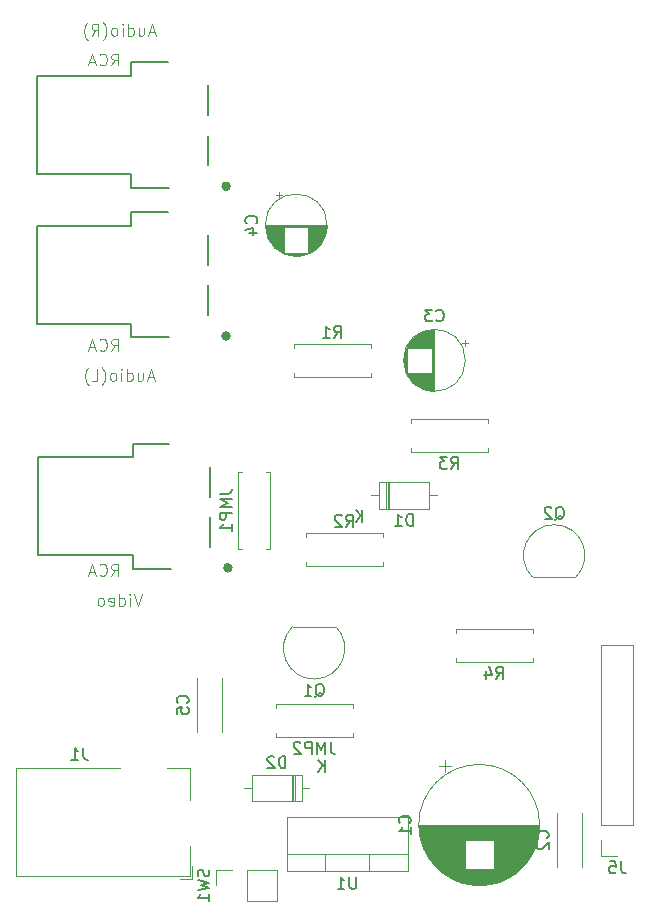
<source format=gbr>
G04 #@! TF.GenerationSoftware,KiCad,Pcbnew,(5.1.4)-1*
G04 #@! TF.CreationDate,2020-12-23T14:11:49+03:00*
G04 #@! TF.ProjectId,BlueFam,426c7565-4661-46d2-9e6b-696361645f70,rev?*
G04 #@! TF.SameCoordinates,Original*
G04 #@! TF.FileFunction,Legend,Bot*
G04 #@! TF.FilePolarity,Positive*
%FSLAX46Y46*%
G04 Gerber Fmt 4.6, Leading zero omitted, Abs format (unit mm)*
G04 Created by KiCad (PCBNEW (5.1.4)-1) date 2020-12-23 14:11:49*
%MOMM*%
%LPD*%
G04 APERTURE LIST*
%ADD10C,0.120000*%
%ADD11C,0.400000*%
%ADD12C,0.127000*%
%ADD13C,0.150000*%
%ADD14C,0.050000*%
G04 APERTURE END LIST*
D10*
X45335000Y-93495000D02*
X45335000Y-95735000D01*
X45095000Y-93495000D02*
X45095000Y-95735000D01*
X45215000Y-93495000D02*
X45215000Y-95735000D01*
X41045000Y-94615000D02*
X41695000Y-94615000D01*
X46585000Y-94615000D02*
X45935000Y-94615000D01*
X41695000Y-93495000D02*
X45935000Y-93495000D01*
X41695000Y-95735000D02*
X41695000Y-93495000D01*
X45935000Y-95735000D02*
X41695000Y-95735000D01*
X45935000Y-93495000D02*
X45935000Y-95735000D01*
X36660000Y-101270000D02*
X36660000Y-102320000D01*
X35610000Y-102320000D02*
X36660000Y-102320000D01*
X30560000Y-92920000D02*
X21760000Y-92920000D01*
X21760000Y-92920000D02*
X21760000Y-102120000D01*
X36460000Y-95620000D02*
X36460000Y-92920000D01*
X36460000Y-92920000D02*
X34560000Y-92920000D01*
X21760000Y-102120000D02*
X36460000Y-102120000D01*
X36460000Y-102120000D02*
X36460000Y-99520000D01*
X50260000Y-87530000D02*
X50260000Y-87860000D01*
X43720000Y-87530000D02*
X50260000Y-87530000D01*
X43720000Y-87860000D02*
X43720000Y-87530000D01*
X50260000Y-90270000D02*
X50260000Y-89940000D01*
X43720000Y-90270000D02*
X50260000Y-90270000D01*
X43720000Y-89940000D02*
X43720000Y-90270000D01*
X43280000Y-74390000D02*
X42950000Y-74390000D01*
X43280000Y-67850000D02*
X43280000Y-74390000D01*
X42950000Y-67850000D02*
X43280000Y-67850000D01*
X40540000Y-74390000D02*
X40870000Y-74390000D01*
X40540000Y-67850000D02*
X40540000Y-74390000D01*
X40870000Y-67850000D02*
X40540000Y-67850000D01*
X66080000Y-97750000D02*
G75*
G03X66080000Y-97750000I-5120000J0D01*
G01*
X55880000Y-97750000D02*
X66040000Y-97750000D01*
X55880000Y-97790000D02*
X66040000Y-97790000D01*
X55880000Y-97830000D02*
X66040000Y-97830000D01*
X55881000Y-97870000D02*
X66039000Y-97870000D01*
X55882000Y-97910000D02*
X66038000Y-97910000D01*
X55883000Y-97950000D02*
X66037000Y-97950000D01*
X55885000Y-97990000D02*
X66035000Y-97990000D01*
X55887000Y-98030000D02*
X66033000Y-98030000D01*
X55890000Y-98070000D02*
X66030000Y-98070000D01*
X55892000Y-98110000D02*
X66028000Y-98110000D01*
X55895000Y-98150000D02*
X66025000Y-98150000D01*
X55898000Y-98190000D02*
X66022000Y-98190000D01*
X55902000Y-98230000D02*
X66018000Y-98230000D01*
X55906000Y-98270000D02*
X66014000Y-98270000D01*
X55910000Y-98310000D02*
X66010000Y-98310000D01*
X55915000Y-98350000D02*
X66005000Y-98350000D01*
X55920000Y-98390000D02*
X66000000Y-98390000D01*
X55925000Y-98430000D02*
X65995000Y-98430000D01*
X55930000Y-98471000D02*
X65990000Y-98471000D01*
X55936000Y-98511000D02*
X65984000Y-98511000D01*
X55942000Y-98551000D02*
X65978000Y-98551000D01*
X55949000Y-98591000D02*
X65971000Y-98591000D01*
X55956000Y-98631000D02*
X65964000Y-98631000D01*
X55963000Y-98671000D02*
X65957000Y-98671000D01*
X55970000Y-98711000D02*
X65950000Y-98711000D01*
X55978000Y-98751000D02*
X65942000Y-98751000D01*
X55986000Y-98791000D02*
X65934000Y-98791000D01*
X55995000Y-98831000D02*
X65925000Y-98831000D01*
X56004000Y-98871000D02*
X65916000Y-98871000D01*
X56013000Y-98911000D02*
X65907000Y-98911000D01*
X56022000Y-98951000D02*
X65898000Y-98951000D01*
X56032000Y-98991000D02*
X65888000Y-98991000D01*
X56042000Y-99031000D02*
X59719000Y-99031000D01*
X62201000Y-99031000D02*
X65878000Y-99031000D01*
X56053000Y-99071000D02*
X59719000Y-99071000D01*
X62201000Y-99071000D02*
X65867000Y-99071000D01*
X56063000Y-99111000D02*
X59719000Y-99111000D01*
X62201000Y-99111000D02*
X65857000Y-99111000D01*
X56075000Y-99151000D02*
X59719000Y-99151000D01*
X62201000Y-99151000D02*
X65845000Y-99151000D01*
X56086000Y-99191000D02*
X59719000Y-99191000D01*
X62201000Y-99191000D02*
X65834000Y-99191000D01*
X56098000Y-99231000D02*
X59719000Y-99231000D01*
X62201000Y-99231000D02*
X65822000Y-99231000D01*
X56110000Y-99271000D02*
X59719000Y-99271000D01*
X62201000Y-99271000D02*
X65810000Y-99271000D01*
X56123000Y-99311000D02*
X59719000Y-99311000D01*
X62201000Y-99311000D02*
X65797000Y-99311000D01*
X56136000Y-99351000D02*
X59719000Y-99351000D01*
X62201000Y-99351000D02*
X65784000Y-99351000D01*
X56149000Y-99391000D02*
X59719000Y-99391000D01*
X62201000Y-99391000D02*
X65771000Y-99391000D01*
X56163000Y-99431000D02*
X59719000Y-99431000D01*
X62201000Y-99431000D02*
X65757000Y-99431000D01*
X56177000Y-99471000D02*
X59719000Y-99471000D01*
X62201000Y-99471000D02*
X65743000Y-99471000D01*
X56192000Y-99511000D02*
X59719000Y-99511000D01*
X62201000Y-99511000D02*
X65728000Y-99511000D01*
X56206000Y-99551000D02*
X59719000Y-99551000D01*
X62201000Y-99551000D02*
X65714000Y-99551000D01*
X56222000Y-99591000D02*
X59719000Y-99591000D01*
X62201000Y-99591000D02*
X65698000Y-99591000D01*
X56237000Y-99631000D02*
X59719000Y-99631000D01*
X62201000Y-99631000D02*
X65683000Y-99631000D01*
X56253000Y-99671000D02*
X59719000Y-99671000D01*
X62201000Y-99671000D02*
X65667000Y-99671000D01*
X56270000Y-99711000D02*
X59719000Y-99711000D01*
X62201000Y-99711000D02*
X65650000Y-99711000D01*
X56286000Y-99751000D02*
X59719000Y-99751000D01*
X62201000Y-99751000D02*
X65634000Y-99751000D01*
X56303000Y-99791000D02*
X59719000Y-99791000D01*
X62201000Y-99791000D02*
X65617000Y-99791000D01*
X56321000Y-99831000D02*
X59719000Y-99831000D01*
X62201000Y-99831000D02*
X65599000Y-99831000D01*
X56339000Y-99871000D02*
X59719000Y-99871000D01*
X62201000Y-99871000D02*
X65581000Y-99871000D01*
X56357000Y-99911000D02*
X59719000Y-99911000D01*
X62201000Y-99911000D02*
X65563000Y-99911000D01*
X56376000Y-99951000D02*
X59719000Y-99951000D01*
X62201000Y-99951000D02*
X65544000Y-99951000D01*
X56396000Y-99991000D02*
X59719000Y-99991000D01*
X62201000Y-99991000D02*
X65524000Y-99991000D01*
X56415000Y-100031000D02*
X59719000Y-100031000D01*
X62201000Y-100031000D02*
X65505000Y-100031000D01*
X56435000Y-100071000D02*
X59719000Y-100071000D01*
X62201000Y-100071000D02*
X65485000Y-100071000D01*
X56456000Y-100111000D02*
X59719000Y-100111000D01*
X62201000Y-100111000D02*
X65464000Y-100111000D01*
X56477000Y-100151000D02*
X59719000Y-100151000D01*
X62201000Y-100151000D02*
X65443000Y-100151000D01*
X56498000Y-100191000D02*
X59719000Y-100191000D01*
X62201000Y-100191000D02*
X65422000Y-100191000D01*
X56520000Y-100231000D02*
X59719000Y-100231000D01*
X62201000Y-100231000D02*
X65400000Y-100231000D01*
X56543000Y-100271000D02*
X59719000Y-100271000D01*
X62201000Y-100271000D02*
X65377000Y-100271000D01*
X56565000Y-100311000D02*
X59719000Y-100311000D01*
X62201000Y-100311000D02*
X65355000Y-100311000D01*
X56589000Y-100351000D02*
X59719000Y-100351000D01*
X62201000Y-100351000D02*
X65331000Y-100351000D01*
X56613000Y-100391000D02*
X59719000Y-100391000D01*
X62201000Y-100391000D02*
X65307000Y-100391000D01*
X56637000Y-100431000D02*
X59719000Y-100431000D01*
X62201000Y-100431000D02*
X65283000Y-100431000D01*
X56662000Y-100471000D02*
X59719000Y-100471000D01*
X62201000Y-100471000D02*
X65258000Y-100471000D01*
X56687000Y-100511000D02*
X59719000Y-100511000D01*
X62201000Y-100511000D02*
X65233000Y-100511000D01*
X56713000Y-100551000D02*
X59719000Y-100551000D01*
X62201000Y-100551000D02*
X65207000Y-100551000D01*
X56739000Y-100591000D02*
X59719000Y-100591000D01*
X62201000Y-100591000D02*
X65181000Y-100591000D01*
X56766000Y-100631000D02*
X59719000Y-100631000D01*
X62201000Y-100631000D02*
X65154000Y-100631000D01*
X56794000Y-100671000D02*
X59719000Y-100671000D01*
X62201000Y-100671000D02*
X65126000Y-100671000D01*
X56822000Y-100711000D02*
X59719000Y-100711000D01*
X62201000Y-100711000D02*
X65098000Y-100711000D01*
X56850000Y-100751000D02*
X59719000Y-100751000D01*
X62201000Y-100751000D02*
X65070000Y-100751000D01*
X56880000Y-100791000D02*
X59719000Y-100791000D01*
X62201000Y-100791000D02*
X65040000Y-100791000D01*
X56910000Y-100831000D02*
X59719000Y-100831000D01*
X62201000Y-100831000D02*
X65010000Y-100831000D01*
X56940000Y-100871000D02*
X59719000Y-100871000D01*
X62201000Y-100871000D02*
X64980000Y-100871000D01*
X56971000Y-100911000D02*
X59719000Y-100911000D01*
X62201000Y-100911000D02*
X64949000Y-100911000D01*
X57003000Y-100951000D02*
X59719000Y-100951000D01*
X62201000Y-100951000D02*
X64917000Y-100951000D01*
X57035000Y-100991000D02*
X59719000Y-100991000D01*
X62201000Y-100991000D02*
X64885000Y-100991000D01*
X57068000Y-101031000D02*
X59719000Y-101031000D01*
X62201000Y-101031000D02*
X64852000Y-101031000D01*
X57102000Y-101071000D02*
X59719000Y-101071000D01*
X62201000Y-101071000D02*
X64818000Y-101071000D01*
X57136000Y-101111000D02*
X59719000Y-101111000D01*
X62201000Y-101111000D02*
X64784000Y-101111000D01*
X57171000Y-101151000D02*
X59719000Y-101151000D01*
X62201000Y-101151000D02*
X64749000Y-101151000D01*
X57207000Y-101191000D02*
X59719000Y-101191000D01*
X62201000Y-101191000D02*
X64713000Y-101191000D01*
X57244000Y-101231000D02*
X59719000Y-101231000D01*
X62201000Y-101231000D02*
X64676000Y-101231000D01*
X57281000Y-101271000D02*
X59719000Y-101271000D01*
X62201000Y-101271000D02*
X64639000Y-101271000D01*
X57320000Y-101311000D02*
X59719000Y-101311000D01*
X62201000Y-101311000D02*
X64600000Y-101311000D01*
X57359000Y-101351000D02*
X59719000Y-101351000D01*
X62201000Y-101351000D02*
X64561000Y-101351000D01*
X57399000Y-101391000D02*
X59719000Y-101391000D01*
X62201000Y-101391000D02*
X64521000Y-101391000D01*
X57440000Y-101431000D02*
X59719000Y-101431000D01*
X62201000Y-101431000D02*
X64480000Y-101431000D01*
X57482000Y-101471000D02*
X59719000Y-101471000D01*
X62201000Y-101471000D02*
X64438000Y-101471000D01*
X57524000Y-101511000D02*
X64396000Y-101511000D01*
X57568000Y-101551000D02*
X64352000Y-101551000D01*
X57613000Y-101591000D02*
X64307000Y-101591000D01*
X57659000Y-101631000D02*
X64261000Y-101631000D01*
X57706000Y-101671000D02*
X64214000Y-101671000D01*
X57754000Y-101711000D02*
X64166000Y-101711000D01*
X57804000Y-101751000D02*
X64116000Y-101751000D01*
X57854000Y-101791000D02*
X64066000Y-101791000D01*
X57906000Y-101831000D02*
X64014000Y-101831000D01*
X57960000Y-101871000D02*
X63960000Y-101871000D01*
X58015000Y-101911000D02*
X63905000Y-101911000D01*
X58071000Y-101951000D02*
X63849000Y-101951000D01*
X58130000Y-101991000D02*
X63790000Y-101991000D01*
X58190000Y-102031000D02*
X63730000Y-102031000D01*
X58251000Y-102071000D02*
X63669000Y-102071000D01*
X58315000Y-102111000D02*
X63605000Y-102111000D01*
X58381000Y-102151000D02*
X63539000Y-102151000D01*
X58450000Y-102191000D02*
X63470000Y-102191000D01*
X58521000Y-102231000D02*
X63399000Y-102231000D01*
X58595000Y-102271000D02*
X63325000Y-102271000D01*
X58671000Y-102311000D02*
X63249000Y-102311000D01*
X58751000Y-102351000D02*
X63169000Y-102351000D01*
X58835000Y-102391000D02*
X63085000Y-102391000D01*
X58923000Y-102431000D02*
X62997000Y-102431000D01*
X59016000Y-102471000D02*
X62904000Y-102471000D01*
X59114000Y-102511000D02*
X62806000Y-102511000D01*
X59218000Y-102551000D02*
X62702000Y-102551000D01*
X59330000Y-102591000D02*
X62590000Y-102591000D01*
X59450000Y-102631000D02*
X62470000Y-102631000D01*
X59582000Y-102671000D02*
X62338000Y-102671000D01*
X59730000Y-102711000D02*
X62190000Y-102711000D01*
X59898000Y-102751000D02*
X62022000Y-102751000D01*
X60098000Y-102791000D02*
X61822000Y-102791000D01*
X60361000Y-102831000D02*
X61559000Y-102831000D01*
X58085000Y-92270354D02*
X58085000Y-93270354D01*
X57585000Y-92770354D02*
X58585000Y-92770354D01*
X59790000Y-58420000D02*
G75*
G03X59790000Y-58420000I-2620000J0D01*
G01*
X57170000Y-55840000D02*
X57170000Y-61000000D01*
X57130000Y-55840000D02*
X57130000Y-61000000D01*
X57090000Y-55841000D02*
X57090000Y-60999000D01*
X57050000Y-55842000D02*
X57050000Y-60998000D01*
X57010000Y-55844000D02*
X57010000Y-60996000D01*
X56970000Y-55847000D02*
X56970000Y-60993000D01*
X56930000Y-55851000D02*
X56930000Y-57380000D01*
X56930000Y-59460000D02*
X56930000Y-60989000D01*
X56890000Y-55855000D02*
X56890000Y-57380000D01*
X56890000Y-59460000D02*
X56890000Y-60985000D01*
X56850000Y-55859000D02*
X56850000Y-57380000D01*
X56850000Y-59460000D02*
X56850000Y-60981000D01*
X56810000Y-55864000D02*
X56810000Y-57380000D01*
X56810000Y-59460000D02*
X56810000Y-60976000D01*
X56770000Y-55870000D02*
X56770000Y-57380000D01*
X56770000Y-59460000D02*
X56770000Y-60970000D01*
X56730000Y-55877000D02*
X56730000Y-57380000D01*
X56730000Y-59460000D02*
X56730000Y-60963000D01*
X56690000Y-55884000D02*
X56690000Y-57380000D01*
X56690000Y-59460000D02*
X56690000Y-60956000D01*
X56650000Y-55892000D02*
X56650000Y-57380000D01*
X56650000Y-59460000D02*
X56650000Y-60948000D01*
X56610000Y-55900000D02*
X56610000Y-57380000D01*
X56610000Y-59460000D02*
X56610000Y-60940000D01*
X56570000Y-55909000D02*
X56570000Y-57380000D01*
X56570000Y-59460000D02*
X56570000Y-60931000D01*
X56530000Y-55919000D02*
X56530000Y-57380000D01*
X56530000Y-59460000D02*
X56530000Y-60921000D01*
X56490000Y-55929000D02*
X56490000Y-57380000D01*
X56490000Y-59460000D02*
X56490000Y-60911000D01*
X56449000Y-55940000D02*
X56449000Y-57380000D01*
X56449000Y-59460000D02*
X56449000Y-60900000D01*
X56409000Y-55952000D02*
X56409000Y-57380000D01*
X56409000Y-59460000D02*
X56409000Y-60888000D01*
X56369000Y-55965000D02*
X56369000Y-57380000D01*
X56369000Y-59460000D02*
X56369000Y-60875000D01*
X56329000Y-55978000D02*
X56329000Y-57380000D01*
X56329000Y-59460000D02*
X56329000Y-60862000D01*
X56289000Y-55992000D02*
X56289000Y-57380000D01*
X56289000Y-59460000D02*
X56289000Y-60848000D01*
X56249000Y-56006000D02*
X56249000Y-57380000D01*
X56249000Y-59460000D02*
X56249000Y-60834000D01*
X56209000Y-56022000D02*
X56209000Y-57380000D01*
X56209000Y-59460000D02*
X56209000Y-60818000D01*
X56169000Y-56038000D02*
X56169000Y-57380000D01*
X56169000Y-59460000D02*
X56169000Y-60802000D01*
X56129000Y-56055000D02*
X56129000Y-57380000D01*
X56129000Y-59460000D02*
X56129000Y-60785000D01*
X56089000Y-56072000D02*
X56089000Y-57380000D01*
X56089000Y-59460000D02*
X56089000Y-60768000D01*
X56049000Y-56091000D02*
X56049000Y-57380000D01*
X56049000Y-59460000D02*
X56049000Y-60749000D01*
X56009000Y-56110000D02*
X56009000Y-57380000D01*
X56009000Y-59460000D02*
X56009000Y-60730000D01*
X55969000Y-56130000D02*
X55969000Y-57380000D01*
X55969000Y-59460000D02*
X55969000Y-60710000D01*
X55929000Y-56152000D02*
X55929000Y-57380000D01*
X55929000Y-59460000D02*
X55929000Y-60688000D01*
X55889000Y-56173000D02*
X55889000Y-57380000D01*
X55889000Y-59460000D02*
X55889000Y-60667000D01*
X55849000Y-56196000D02*
X55849000Y-57380000D01*
X55849000Y-59460000D02*
X55849000Y-60644000D01*
X55809000Y-56220000D02*
X55809000Y-57380000D01*
X55809000Y-59460000D02*
X55809000Y-60620000D01*
X55769000Y-56245000D02*
X55769000Y-57380000D01*
X55769000Y-59460000D02*
X55769000Y-60595000D01*
X55729000Y-56271000D02*
X55729000Y-57380000D01*
X55729000Y-59460000D02*
X55729000Y-60569000D01*
X55689000Y-56298000D02*
X55689000Y-57380000D01*
X55689000Y-59460000D02*
X55689000Y-60542000D01*
X55649000Y-56325000D02*
X55649000Y-57380000D01*
X55649000Y-59460000D02*
X55649000Y-60515000D01*
X55609000Y-56355000D02*
X55609000Y-57380000D01*
X55609000Y-59460000D02*
X55609000Y-60485000D01*
X55569000Y-56385000D02*
X55569000Y-57380000D01*
X55569000Y-59460000D02*
X55569000Y-60455000D01*
X55529000Y-56416000D02*
X55529000Y-57380000D01*
X55529000Y-59460000D02*
X55529000Y-60424000D01*
X55489000Y-56449000D02*
X55489000Y-57380000D01*
X55489000Y-59460000D02*
X55489000Y-60391000D01*
X55449000Y-56483000D02*
X55449000Y-57380000D01*
X55449000Y-59460000D02*
X55449000Y-60357000D01*
X55409000Y-56519000D02*
X55409000Y-57380000D01*
X55409000Y-59460000D02*
X55409000Y-60321000D01*
X55369000Y-56556000D02*
X55369000Y-57380000D01*
X55369000Y-59460000D02*
X55369000Y-60284000D01*
X55329000Y-56594000D02*
X55329000Y-57380000D01*
X55329000Y-59460000D02*
X55329000Y-60246000D01*
X55289000Y-56635000D02*
X55289000Y-57380000D01*
X55289000Y-59460000D02*
X55289000Y-60205000D01*
X55249000Y-56677000D02*
X55249000Y-57380000D01*
X55249000Y-59460000D02*
X55249000Y-60163000D01*
X55209000Y-56721000D02*
X55209000Y-57380000D01*
X55209000Y-59460000D02*
X55209000Y-60119000D01*
X55169000Y-56767000D02*
X55169000Y-57380000D01*
X55169000Y-59460000D02*
X55169000Y-60073000D01*
X55129000Y-56815000D02*
X55129000Y-57380000D01*
X55129000Y-59460000D02*
X55129000Y-60025000D01*
X55089000Y-56866000D02*
X55089000Y-57380000D01*
X55089000Y-59460000D02*
X55089000Y-59974000D01*
X55049000Y-56920000D02*
X55049000Y-57380000D01*
X55049000Y-59460000D02*
X55049000Y-59920000D01*
X55009000Y-56977000D02*
X55009000Y-57380000D01*
X55009000Y-59460000D02*
X55009000Y-59863000D01*
X54969000Y-57037000D02*
X54969000Y-57380000D01*
X54969000Y-59460000D02*
X54969000Y-59803000D01*
X54929000Y-57101000D02*
X54929000Y-57380000D01*
X54929000Y-59460000D02*
X54929000Y-59739000D01*
X54889000Y-57169000D02*
X54889000Y-57380000D01*
X54889000Y-59460000D02*
X54889000Y-59671000D01*
X54849000Y-57242000D02*
X54849000Y-59598000D01*
X54809000Y-57322000D02*
X54809000Y-59518000D01*
X54769000Y-57409000D02*
X54769000Y-59431000D01*
X54729000Y-57505000D02*
X54729000Y-59335000D01*
X54689000Y-57615000D02*
X54689000Y-59225000D01*
X54649000Y-57743000D02*
X54649000Y-59097000D01*
X54609000Y-57902000D02*
X54609000Y-58938000D01*
X54569000Y-58136000D02*
X54569000Y-58704000D01*
X59974775Y-56945000D02*
X59474775Y-56945000D01*
X59724775Y-56695000D02*
X59724775Y-57195000D01*
X43741000Y-44415225D02*
X44241000Y-44415225D01*
X43991000Y-44165225D02*
X43991000Y-44665225D01*
X45182000Y-49571000D02*
X45750000Y-49571000D01*
X44948000Y-49531000D02*
X45984000Y-49531000D01*
X44789000Y-49491000D02*
X46143000Y-49491000D01*
X44661000Y-49451000D02*
X46271000Y-49451000D01*
X44551000Y-49411000D02*
X46381000Y-49411000D01*
X44455000Y-49371000D02*
X46477000Y-49371000D01*
X44368000Y-49331000D02*
X46564000Y-49331000D01*
X44288000Y-49291000D02*
X46644000Y-49291000D01*
X46506000Y-49251000D02*
X46717000Y-49251000D01*
X44215000Y-49251000D02*
X44426000Y-49251000D01*
X46506000Y-49211000D02*
X46785000Y-49211000D01*
X44147000Y-49211000D02*
X44426000Y-49211000D01*
X46506000Y-49171000D02*
X46849000Y-49171000D01*
X44083000Y-49171000D02*
X44426000Y-49171000D01*
X46506000Y-49131000D02*
X46909000Y-49131000D01*
X44023000Y-49131000D02*
X44426000Y-49131000D01*
X46506000Y-49091000D02*
X46966000Y-49091000D01*
X43966000Y-49091000D02*
X44426000Y-49091000D01*
X46506000Y-49051000D02*
X47020000Y-49051000D01*
X43912000Y-49051000D02*
X44426000Y-49051000D01*
X46506000Y-49011000D02*
X47071000Y-49011000D01*
X43861000Y-49011000D02*
X44426000Y-49011000D01*
X46506000Y-48971000D02*
X47119000Y-48971000D01*
X43813000Y-48971000D02*
X44426000Y-48971000D01*
X46506000Y-48931000D02*
X47165000Y-48931000D01*
X43767000Y-48931000D02*
X44426000Y-48931000D01*
X46506000Y-48891000D02*
X47209000Y-48891000D01*
X43723000Y-48891000D02*
X44426000Y-48891000D01*
X46506000Y-48851000D02*
X47251000Y-48851000D01*
X43681000Y-48851000D02*
X44426000Y-48851000D01*
X46506000Y-48811000D02*
X47292000Y-48811000D01*
X43640000Y-48811000D02*
X44426000Y-48811000D01*
X46506000Y-48771000D02*
X47330000Y-48771000D01*
X43602000Y-48771000D02*
X44426000Y-48771000D01*
X46506000Y-48731000D02*
X47367000Y-48731000D01*
X43565000Y-48731000D02*
X44426000Y-48731000D01*
X46506000Y-48691000D02*
X47403000Y-48691000D01*
X43529000Y-48691000D02*
X44426000Y-48691000D01*
X46506000Y-48651000D02*
X47437000Y-48651000D01*
X43495000Y-48651000D02*
X44426000Y-48651000D01*
X46506000Y-48611000D02*
X47470000Y-48611000D01*
X43462000Y-48611000D02*
X44426000Y-48611000D01*
X46506000Y-48571000D02*
X47501000Y-48571000D01*
X43431000Y-48571000D02*
X44426000Y-48571000D01*
X46506000Y-48531000D02*
X47531000Y-48531000D01*
X43401000Y-48531000D02*
X44426000Y-48531000D01*
X46506000Y-48491000D02*
X47561000Y-48491000D01*
X43371000Y-48491000D02*
X44426000Y-48491000D01*
X46506000Y-48451000D02*
X47588000Y-48451000D01*
X43344000Y-48451000D02*
X44426000Y-48451000D01*
X46506000Y-48411000D02*
X47615000Y-48411000D01*
X43317000Y-48411000D02*
X44426000Y-48411000D01*
X46506000Y-48371000D02*
X47641000Y-48371000D01*
X43291000Y-48371000D02*
X44426000Y-48371000D01*
X46506000Y-48331000D02*
X47666000Y-48331000D01*
X43266000Y-48331000D02*
X44426000Y-48331000D01*
X46506000Y-48291000D02*
X47690000Y-48291000D01*
X43242000Y-48291000D02*
X44426000Y-48291000D01*
X46506000Y-48251000D02*
X47713000Y-48251000D01*
X43219000Y-48251000D02*
X44426000Y-48251000D01*
X46506000Y-48211000D02*
X47734000Y-48211000D01*
X43198000Y-48211000D02*
X44426000Y-48211000D01*
X46506000Y-48171000D02*
X47756000Y-48171000D01*
X43176000Y-48171000D02*
X44426000Y-48171000D01*
X46506000Y-48131000D02*
X47776000Y-48131000D01*
X43156000Y-48131000D02*
X44426000Y-48131000D01*
X46506000Y-48091000D02*
X47795000Y-48091000D01*
X43137000Y-48091000D02*
X44426000Y-48091000D01*
X46506000Y-48051000D02*
X47814000Y-48051000D01*
X43118000Y-48051000D02*
X44426000Y-48051000D01*
X46506000Y-48011000D02*
X47831000Y-48011000D01*
X43101000Y-48011000D02*
X44426000Y-48011000D01*
X46506000Y-47971000D02*
X47848000Y-47971000D01*
X43084000Y-47971000D02*
X44426000Y-47971000D01*
X46506000Y-47931000D02*
X47864000Y-47931000D01*
X43068000Y-47931000D02*
X44426000Y-47931000D01*
X46506000Y-47891000D02*
X47880000Y-47891000D01*
X43052000Y-47891000D02*
X44426000Y-47891000D01*
X46506000Y-47851000D02*
X47894000Y-47851000D01*
X43038000Y-47851000D02*
X44426000Y-47851000D01*
X46506000Y-47811000D02*
X47908000Y-47811000D01*
X43024000Y-47811000D02*
X44426000Y-47811000D01*
X46506000Y-47771000D02*
X47921000Y-47771000D01*
X43011000Y-47771000D02*
X44426000Y-47771000D01*
X46506000Y-47731000D02*
X47934000Y-47731000D01*
X42998000Y-47731000D02*
X44426000Y-47731000D01*
X46506000Y-47691000D02*
X47946000Y-47691000D01*
X42986000Y-47691000D02*
X44426000Y-47691000D01*
X46506000Y-47650000D02*
X47957000Y-47650000D01*
X42975000Y-47650000D02*
X44426000Y-47650000D01*
X46506000Y-47610000D02*
X47967000Y-47610000D01*
X42965000Y-47610000D02*
X44426000Y-47610000D01*
X46506000Y-47570000D02*
X47977000Y-47570000D01*
X42955000Y-47570000D02*
X44426000Y-47570000D01*
X46506000Y-47530000D02*
X47986000Y-47530000D01*
X42946000Y-47530000D02*
X44426000Y-47530000D01*
X46506000Y-47490000D02*
X47994000Y-47490000D01*
X42938000Y-47490000D02*
X44426000Y-47490000D01*
X46506000Y-47450000D02*
X48002000Y-47450000D01*
X42930000Y-47450000D02*
X44426000Y-47450000D01*
X46506000Y-47410000D02*
X48009000Y-47410000D01*
X42923000Y-47410000D02*
X44426000Y-47410000D01*
X46506000Y-47370000D02*
X48016000Y-47370000D01*
X42916000Y-47370000D02*
X44426000Y-47370000D01*
X46506000Y-47330000D02*
X48022000Y-47330000D01*
X42910000Y-47330000D02*
X44426000Y-47330000D01*
X46506000Y-47290000D02*
X48027000Y-47290000D01*
X42905000Y-47290000D02*
X44426000Y-47290000D01*
X46506000Y-47250000D02*
X48031000Y-47250000D01*
X42901000Y-47250000D02*
X44426000Y-47250000D01*
X46506000Y-47210000D02*
X48035000Y-47210000D01*
X42897000Y-47210000D02*
X44426000Y-47210000D01*
X42893000Y-47170000D02*
X48039000Y-47170000D01*
X42890000Y-47130000D02*
X48042000Y-47130000D01*
X42888000Y-47090000D02*
X48044000Y-47090000D01*
X42887000Y-47050000D02*
X48045000Y-47050000D01*
X42886000Y-47010000D02*
X48046000Y-47010000D01*
X42886000Y-46970000D02*
X48046000Y-46970000D01*
X48086000Y-46970000D02*
G75*
G03X48086000Y-46970000I-2620000J0D01*
G01*
X44664000Y-101695000D02*
X54904000Y-101695000D01*
X44664000Y-97054000D02*
X54904000Y-97054000D01*
X44664000Y-101695000D02*
X44664000Y-97054000D01*
X54904000Y-101695000D02*
X54904000Y-97054000D01*
X44664000Y-100185000D02*
X54904000Y-100185000D01*
X47934000Y-101695000D02*
X47934000Y-100185000D01*
X51635000Y-101695000D02*
X51635000Y-100185000D01*
X52490000Y-70970000D02*
X52490000Y-68730000D01*
X52490000Y-68730000D02*
X56730000Y-68730000D01*
X56730000Y-68730000D02*
X56730000Y-70970000D01*
X56730000Y-70970000D02*
X52490000Y-70970000D01*
X51840000Y-69850000D02*
X52490000Y-69850000D01*
X57380000Y-69850000D02*
X56730000Y-69850000D01*
X53210000Y-70970000D02*
X53210000Y-68730000D01*
X53330000Y-70970000D02*
X53330000Y-68730000D01*
X53090000Y-70970000D02*
X53090000Y-68730000D01*
X45244000Y-59790000D02*
X45244000Y-59460000D01*
X51784000Y-59790000D02*
X45244000Y-59790000D01*
X51784000Y-59460000D02*
X51784000Y-59790000D01*
X45244000Y-57050000D02*
X45244000Y-57380000D01*
X51784000Y-57050000D02*
X45244000Y-57050000D01*
X51784000Y-57380000D02*
X51784000Y-57050000D01*
X52800000Y-73382000D02*
X52800000Y-73052000D01*
X52800000Y-73052000D02*
X46260000Y-73052000D01*
X46260000Y-73052000D02*
X46260000Y-73382000D01*
X52800000Y-75462000D02*
X52800000Y-75792000D01*
X52800000Y-75792000D02*
X46260000Y-75792000D01*
X46260000Y-75792000D02*
X46260000Y-75462000D01*
X55150000Y-65810000D02*
X55150000Y-66140000D01*
X55150000Y-66140000D02*
X61690000Y-66140000D01*
X61690000Y-66140000D02*
X61690000Y-65810000D01*
X55150000Y-63730000D02*
X55150000Y-63400000D01*
X55150000Y-63400000D02*
X61690000Y-63400000D01*
X61690000Y-63400000D02*
X61690000Y-63730000D01*
X65500000Y-81180000D02*
X65500000Y-81510000D01*
X58960000Y-81180000D02*
X65500000Y-81180000D01*
X58960000Y-81510000D02*
X58960000Y-81180000D01*
X65500000Y-83920000D02*
X65500000Y-83590000D01*
X58960000Y-83920000D02*
X65500000Y-83920000D01*
X58960000Y-83590000D02*
X58960000Y-83920000D01*
X45190000Y-80954000D02*
X48790000Y-80954000D01*
X45151522Y-80965522D02*
G75*
G03X46990000Y-85404000I1838478J-1838478D01*
G01*
X48828478Y-80965522D02*
G75*
G02X46990000Y-85404000I-1838478J-1838478D01*
G01*
X65471522Y-76768478D02*
G75*
G02X67310000Y-72330000I1838478J1838478D01*
G01*
X69148478Y-76768478D02*
G75*
G03X67310000Y-72330000I-1838478J1838478D01*
G01*
X69110000Y-76780000D02*
X65510000Y-76780000D01*
X71314000Y-82490000D02*
X73974000Y-82490000D01*
X71314000Y-97790000D02*
X71314000Y-82490000D01*
X73974000Y-97790000D02*
X73974000Y-82490000D01*
X71314000Y-97790000D02*
X73974000Y-97790000D01*
X71314000Y-99060000D02*
X71314000Y-100390000D01*
X71314000Y-100390000D02*
X72644000Y-100390000D01*
X43875000Y-101540000D02*
X43875000Y-104200000D01*
X41275000Y-101540000D02*
X43875000Y-101540000D01*
X41275000Y-104200000D02*
X43875000Y-104200000D01*
X41275000Y-101540000D02*
X41275000Y-104200000D01*
X40005000Y-101540000D02*
X38675000Y-101540000D01*
X38675000Y-101540000D02*
X38675000Y-102870000D01*
X67510000Y-96750000D02*
X67510000Y-101290000D01*
X69650000Y-96750000D02*
X69650000Y-101290000D01*
X67510000Y-96750000D02*
X67525000Y-96750000D01*
X69635000Y-96750000D02*
X69650000Y-96750000D01*
X67510000Y-101290000D02*
X67525000Y-101290000D01*
X69635000Y-101290000D02*
X69650000Y-101290000D01*
X39155000Y-89860000D02*
X39170000Y-89860000D01*
X37030000Y-89860000D02*
X37045000Y-89860000D01*
X39155000Y-85320000D02*
X39170000Y-85320000D01*
X37030000Y-85320000D02*
X37045000Y-85320000D01*
X39170000Y-85320000D02*
X39170000Y-89860000D01*
X37030000Y-85320000D02*
X37030000Y-89860000D01*
D11*
X39734000Y-56354000D02*
G75*
G03X39734000Y-56354000I-200000J0D01*
G01*
D12*
X37984000Y-52054000D02*
X37984000Y-54554000D01*
X37984000Y-47804000D02*
X37984000Y-50354000D01*
X34684000Y-56454000D02*
X31484000Y-56454000D01*
X31484000Y-56454000D02*
X31484000Y-55304000D01*
X31484000Y-45854000D02*
X34584000Y-45854000D01*
X31484000Y-47004000D02*
X31484000Y-45854000D01*
X23484000Y-47004000D02*
X31484000Y-47004000D01*
X23484000Y-55304000D02*
X23484000Y-47004000D01*
X31484000Y-55304000D02*
X23484000Y-55304000D01*
X31484000Y-42638000D02*
X23484000Y-42638000D01*
X23484000Y-42638000D02*
X23484000Y-34338000D01*
X23484000Y-34338000D02*
X31484000Y-34338000D01*
X31484000Y-34338000D02*
X31484000Y-33188000D01*
X31484000Y-33188000D02*
X34584000Y-33188000D01*
X31484000Y-43788000D02*
X31484000Y-42638000D01*
X34684000Y-43788000D02*
X31484000Y-43788000D01*
X37984000Y-35138000D02*
X37984000Y-37688000D01*
X37984000Y-39388000D02*
X37984000Y-41888000D01*
D11*
X39734000Y-43688000D02*
G75*
G03X39734000Y-43688000I-200000J0D01*
G01*
D12*
X31630000Y-74940000D02*
X23630000Y-74940000D01*
X23630000Y-74940000D02*
X23630000Y-66640000D01*
X23630000Y-66640000D02*
X31630000Y-66640000D01*
X31630000Y-66640000D02*
X31630000Y-65490000D01*
X31630000Y-65490000D02*
X34730000Y-65490000D01*
X31630000Y-76090000D02*
X31630000Y-74940000D01*
X34830000Y-76090000D02*
X31630000Y-76090000D01*
X38130000Y-67440000D02*
X38130000Y-69990000D01*
X38130000Y-71690000D02*
X38130000Y-74190000D01*
D11*
X39880000Y-75990000D02*
G75*
G03X39880000Y-75990000I-200000J0D01*
G01*
D13*
X44553095Y-92947380D02*
X44553095Y-91947380D01*
X44315000Y-91947380D01*
X44172142Y-91995000D01*
X44076904Y-92090238D01*
X44029285Y-92185476D01*
X43981666Y-92375952D01*
X43981666Y-92518809D01*
X44029285Y-92709285D01*
X44076904Y-92804523D01*
X44172142Y-92899761D01*
X44315000Y-92947380D01*
X44553095Y-92947380D01*
X43600714Y-92042619D02*
X43553095Y-91995000D01*
X43457857Y-91947380D01*
X43219761Y-91947380D01*
X43124523Y-91995000D01*
X43076904Y-92042619D01*
X43029285Y-92137857D01*
X43029285Y-92233095D01*
X43076904Y-92375952D01*
X43648333Y-92947380D01*
X43029285Y-92947380D01*
X47886904Y-93267380D02*
X47886904Y-92267380D01*
X47315476Y-93267380D02*
X47744047Y-92695952D01*
X47315476Y-92267380D02*
X47886904Y-92838809D01*
X27443333Y-91222380D02*
X27443333Y-91936666D01*
X27490952Y-92079523D01*
X27586190Y-92174761D01*
X27729047Y-92222380D01*
X27824285Y-92222380D01*
X26443333Y-92222380D02*
X27014761Y-92222380D01*
X26729047Y-92222380D02*
X26729047Y-91222380D01*
X26824285Y-91365238D01*
X26919523Y-91460476D01*
X27014761Y-91508095D01*
X48394761Y-90722380D02*
X48394761Y-91436666D01*
X48442380Y-91579523D01*
X48537619Y-91674761D01*
X48680476Y-91722380D01*
X48775714Y-91722380D01*
X47918571Y-91722380D02*
X47918571Y-90722380D01*
X47585238Y-91436666D01*
X47251904Y-90722380D01*
X47251904Y-91722380D01*
X46775714Y-91722380D02*
X46775714Y-90722380D01*
X46394761Y-90722380D01*
X46299523Y-90770000D01*
X46251904Y-90817619D01*
X46204285Y-90912857D01*
X46204285Y-91055714D01*
X46251904Y-91150952D01*
X46299523Y-91198571D01*
X46394761Y-91246190D01*
X46775714Y-91246190D01*
X45823333Y-90817619D02*
X45775714Y-90770000D01*
X45680476Y-90722380D01*
X45442380Y-90722380D01*
X45347142Y-90770000D01*
X45299523Y-90817619D01*
X45251904Y-90912857D01*
X45251904Y-91008095D01*
X45299523Y-91150952D01*
X45870952Y-91722380D01*
X45251904Y-91722380D01*
X38992380Y-69715238D02*
X39706666Y-69715238D01*
X39849523Y-69667619D01*
X39944761Y-69572380D01*
X39992380Y-69429523D01*
X39992380Y-69334285D01*
X39992380Y-70191428D02*
X38992380Y-70191428D01*
X39706666Y-70524761D01*
X38992380Y-70858095D01*
X39992380Y-70858095D01*
X39992380Y-71334285D02*
X38992380Y-71334285D01*
X38992380Y-71715238D01*
X39040000Y-71810476D01*
X39087619Y-71858095D01*
X39182857Y-71905714D01*
X39325714Y-71905714D01*
X39420952Y-71858095D01*
X39468571Y-71810476D01*
X39516190Y-71715238D01*
X39516190Y-71334285D01*
X39992380Y-72858095D02*
X39992380Y-72286666D01*
X39992380Y-72572380D02*
X38992380Y-72572380D01*
X39135238Y-72477142D01*
X39230476Y-72381904D01*
X39278095Y-72286666D01*
X55067142Y-97583333D02*
X55114761Y-97535714D01*
X55162380Y-97392857D01*
X55162380Y-97297619D01*
X55114761Y-97154761D01*
X55019523Y-97059523D01*
X54924285Y-97011904D01*
X54733809Y-96964285D01*
X54590952Y-96964285D01*
X54400476Y-97011904D01*
X54305238Y-97059523D01*
X54210000Y-97154761D01*
X54162380Y-97297619D01*
X54162380Y-97392857D01*
X54210000Y-97535714D01*
X54257619Y-97583333D01*
X55162380Y-98535714D02*
X55162380Y-97964285D01*
X55162380Y-98250000D02*
X54162380Y-98250000D01*
X54305238Y-98154761D01*
X54400476Y-98059523D01*
X54448095Y-97964285D01*
X57336666Y-55027142D02*
X57384285Y-55074761D01*
X57527142Y-55122380D01*
X57622380Y-55122380D01*
X57765238Y-55074761D01*
X57860476Y-54979523D01*
X57908095Y-54884285D01*
X57955714Y-54693809D01*
X57955714Y-54550952D01*
X57908095Y-54360476D01*
X57860476Y-54265238D01*
X57765238Y-54170000D01*
X57622380Y-54122380D01*
X57527142Y-54122380D01*
X57384285Y-54170000D01*
X57336666Y-54217619D01*
X57003333Y-54122380D02*
X56384285Y-54122380D01*
X56717619Y-54503333D01*
X56574761Y-54503333D01*
X56479523Y-54550952D01*
X56431904Y-54598571D01*
X56384285Y-54693809D01*
X56384285Y-54931904D01*
X56431904Y-55027142D01*
X56479523Y-55074761D01*
X56574761Y-55122380D01*
X56860476Y-55122380D01*
X56955714Y-55074761D01*
X57003333Y-55027142D01*
X42073142Y-46803333D02*
X42120761Y-46755714D01*
X42168380Y-46612857D01*
X42168380Y-46517619D01*
X42120761Y-46374761D01*
X42025523Y-46279523D01*
X41930285Y-46231904D01*
X41739809Y-46184285D01*
X41596952Y-46184285D01*
X41406476Y-46231904D01*
X41311238Y-46279523D01*
X41216000Y-46374761D01*
X41168380Y-46517619D01*
X41168380Y-46612857D01*
X41216000Y-46755714D01*
X41263619Y-46803333D01*
X41501714Y-47660476D02*
X42168380Y-47660476D01*
X41120761Y-47422380D02*
X41835047Y-47184285D01*
X41835047Y-47803333D01*
X50545904Y-102147380D02*
X50545904Y-102956904D01*
X50498285Y-103052142D01*
X50450666Y-103099761D01*
X50355428Y-103147380D01*
X50164952Y-103147380D01*
X50069714Y-103099761D01*
X50022095Y-103052142D01*
X49974476Y-102956904D01*
X49974476Y-102147380D01*
X48974476Y-103147380D02*
X49545904Y-103147380D01*
X49260190Y-103147380D02*
X49260190Y-102147380D01*
X49355428Y-102290238D01*
X49450666Y-102385476D01*
X49545904Y-102433095D01*
X55348095Y-72422380D02*
X55348095Y-71422380D01*
X55110000Y-71422380D01*
X54967142Y-71470000D01*
X54871904Y-71565238D01*
X54824285Y-71660476D01*
X54776666Y-71850952D01*
X54776666Y-71993809D01*
X54824285Y-72184285D01*
X54871904Y-72279523D01*
X54967142Y-72374761D01*
X55110000Y-72422380D01*
X55348095Y-72422380D01*
X53824285Y-72422380D02*
X54395714Y-72422380D01*
X54110000Y-72422380D02*
X54110000Y-71422380D01*
X54205238Y-71565238D01*
X54300476Y-71660476D01*
X54395714Y-71708095D01*
X51061904Y-72102380D02*
X51061904Y-71102380D01*
X50490476Y-72102380D02*
X50919047Y-71530952D01*
X50490476Y-71102380D02*
X51061904Y-71673809D01*
X48680666Y-56502380D02*
X49014000Y-56026190D01*
X49252095Y-56502380D02*
X49252095Y-55502380D01*
X48871142Y-55502380D01*
X48775904Y-55550000D01*
X48728285Y-55597619D01*
X48680666Y-55692857D01*
X48680666Y-55835714D01*
X48728285Y-55930952D01*
X48775904Y-55978571D01*
X48871142Y-56026190D01*
X49252095Y-56026190D01*
X47728285Y-56502380D02*
X48299714Y-56502380D01*
X48014000Y-56502380D02*
X48014000Y-55502380D01*
X48109238Y-55645238D01*
X48204476Y-55740476D01*
X48299714Y-55788095D01*
X49696666Y-72504380D02*
X50030000Y-72028190D01*
X50268095Y-72504380D02*
X50268095Y-71504380D01*
X49887142Y-71504380D01*
X49791904Y-71552000D01*
X49744285Y-71599619D01*
X49696666Y-71694857D01*
X49696666Y-71837714D01*
X49744285Y-71932952D01*
X49791904Y-71980571D01*
X49887142Y-72028190D01*
X50268095Y-72028190D01*
X49315714Y-71599619D02*
X49268095Y-71552000D01*
X49172857Y-71504380D01*
X48934761Y-71504380D01*
X48839523Y-71552000D01*
X48791904Y-71599619D01*
X48744285Y-71694857D01*
X48744285Y-71790095D01*
X48791904Y-71932952D01*
X49363333Y-72504380D01*
X48744285Y-72504380D01*
X58586666Y-67592380D02*
X58920000Y-67116190D01*
X59158095Y-67592380D02*
X59158095Y-66592380D01*
X58777142Y-66592380D01*
X58681904Y-66640000D01*
X58634285Y-66687619D01*
X58586666Y-66782857D01*
X58586666Y-66925714D01*
X58634285Y-67020952D01*
X58681904Y-67068571D01*
X58777142Y-67116190D01*
X59158095Y-67116190D01*
X58253333Y-66592380D02*
X57634285Y-66592380D01*
X57967619Y-66973333D01*
X57824761Y-66973333D01*
X57729523Y-67020952D01*
X57681904Y-67068571D01*
X57634285Y-67163809D01*
X57634285Y-67401904D01*
X57681904Y-67497142D01*
X57729523Y-67544761D01*
X57824761Y-67592380D01*
X58110476Y-67592380D01*
X58205714Y-67544761D01*
X58253333Y-67497142D01*
X62396666Y-85372380D02*
X62730000Y-84896190D01*
X62968095Y-85372380D02*
X62968095Y-84372380D01*
X62587142Y-84372380D01*
X62491904Y-84420000D01*
X62444285Y-84467619D01*
X62396666Y-84562857D01*
X62396666Y-84705714D01*
X62444285Y-84800952D01*
X62491904Y-84848571D01*
X62587142Y-84896190D01*
X62968095Y-84896190D01*
X61539523Y-84705714D02*
X61539523Y-85372380D01*
X61777619Y-84324761D02*
X62015714Y-85039047D01*
X61396666Y-85039047D01*
X47085238Y-86911619D02*
X47180476Y-86864000D01*
X47275714Y-86768761D01*
X47418571Y-86625904D01*
X47513809Y-86578285D01*
X47609047Y-86578285D01*
X47561428Y-86816380D02*
X47656666Y-86768761D01*
X47751904Y-86673523D01*
X47799523Y-86483047D01*
X47799523Y-86149714D01*
X47751904Y-85959238D01*
X47656666Y-85864000D01*
X47561428Y-85816380D01*
X47370952Y-85816380D01*
X47275714Y-85864000D01*
X47180476Y-85959238D01*
X47132857Y-86149714D01*
X47132857Y-86483047D01*
X47180476Y-86673523D01*
X47275714Y-86768761D01*
X47370952Y-86816380D01*
X47561428Y-86816380D01*
X46180476Y-86816380D02*
X46751904Y-86816380D01*
X46466190Y-86816380D02*
X46466190Y-85816380D01*
X46561428Y-85959238D01*
X46656666Y-86054476D01*
X46751904Y-86102095D01*
X67405238Y-71917619D02*
X67500476Y-71870000D01*
X67595714Y-71774761D01*
X67738571Y-71631904D01*
X67833809Y-71584285D01*
X67929047Y-71584285D01*
X67881428Y-71822380D02*
X67976666Y-71774761D01*
X68071904Y-71679523D01*
X68119523Y-71489047D01*
X68119523Y-71155714D01*
X68071904Y-70965238D01*
X67976666Y-70870000D01*
X67881428Y-70822380D01*
X67690952Y-70822380D01*
X67595714Y-70870000D01*
X67500476Y-70965238D01*
X67452857Y-71155714D01*
X67452857Y-71489047D01*
X67500476Y-71679523D01*
X67595714Y-71774761D01*
X67690952Y-71822380D01*
X67881428Y-71822380D01*
X67071904Y-70917619D02*
X67024285Y-70870000D01*
X66929047Y-70822380D01*
X66690952Y-70822380D01*
X66595714Y-70870000D01*
X66548095Y-70917619D01*
X66500476Y-71012857D01*
X66500476Y-71108095D01*
X66548095Y-71250952D01*
X67119523Y-71822380D01*
X66500476Y-71822380D01*
X72977333Y-100842380D02*
X72977333Y-101556666D01*
X73024952Y-101699523D01*
X73120190Y-101794761D01*
X73263047Y-101842380D01*
X73358285Y-101842380D01*
X72024952Y-100842380D02*
X72501142Y-100842380D01*
X72548761Y-101318571D01*
X72501142Y-101270952D01*
X72405904Y-101223333D01*
X72167809Y-101223333D01*
X72072571Y-101270952D01*
X72024952Y-101318571D01*
X71977333Y-101413809D01*
X71977333Y-101651904D01*
X72024952Y-101747142D01*
X72072571Y-101794761D01*
X72167809Y-101842380D01*
X72405904Y-101842380D01*
X72501142Y-101794761D01*
X72548761Y-101747142D01*
X38079761Y-101536666D02*
X38127380Y-101679523D01*
X38127380Y-101917619D01*
X38079761Y-102012857D01*
X38032142Y-102060476D01*
X37936904Y-102108095D01*
X37841666Y-102108095D01*
X37746428Y-102060476D01*
X37698809Y-102012857D01*
X37651190Y-101917619D01*
X37603571Y-101727142D01*
X37555952Y-101631904D01*
X37508333Y-101584285D01*
X37413095Y-101536666D01*
X37317857Y-101536666D01*
X37222619Y-101584285D01*
X37175000Y-101631904D01*
X37127380Y-101727142D01*
X37127380Y-101965238D01*
X37175000Y-102108095D01*
X37127380Y-102441428D02*
X38127380Y-102679523D01*
X37413095Y-102870000D01*
X38127380Y-103060476D01*
X37127380Y-103298571D01*
X38127380Y-104203333D02*
X38127380Y-103631904D01*
X38127380Y-103917619D02*
X37127380Y-103917619D01*
X37270238Y-103822380D01*
X37365476Y-103727142D01*
X37413095Y-103631904D01*
X66737142Y-98853333D02*
X66784761Y-98805714D01*
X66832380Y-98662857D01*
X66832380Y-98567619D01*
X66784761Y-98424761D01*
X66689523Y-98329523D01*
X66594285Y-98281904D01*
X66403809Y-98234285D01*
X66260952Y-98234285D01*
X66070476Y-98281904D01*
X65975238Y-98329523D01*
X65880000Y-98424761D01*
X65832380Y-98567619D01*
X65832380Y-98662857D01*
X65880000Y-98805714D01*
X65927619Y-98853333D01*
X65927619Y-99234285D02*
X65880000Y-99281904D01*
X65832380Y-99377142D01*
X65832380Y-99615238D01*
X65880000Y-99710476D01*
X65927619Y-99758095D01*
X66022857Y-99805714D01*
X66118095Y-99805714D01*
X66260952Y-99758095D01*
X66832380Y-99186666D01*
X66832380Y-99805714D01*
X36257142Y-87423333D02*
X36304761Y-87375714D01*
X36352380Y-87232857D01*
X36352380Y-87137619D01*
X36304761Y-86994761D01*
X36209523Y-86899523D01*
X36114285Y-86851904D01*
X35923809Y-86804285D01*
X35780952Y-86804285D01*
X35590476Y-86851904D01*
X35495238Y-86899523D01*
X35400000Y-86994761D01*
X35352380Y-87137619D01*
X35352380Y-87232857D01*
X35400000Y-87375714D01*
X35447619Y-87423333D01*
X35352380Y-88328095D02*
X35352380Y-87851904D01*
X35828571Y-87804285D01*
X35780952Y-87851904D01*
X35733333Y-87947142D01*
X35733333Y-88185238D01*
X35780952Y-88280476D01*
X35828571Y-88328095D01*
X35923809Y-88375714D01*
X36161904Y-88375714D01*
X36257142Y-88328095D01*
X36304761Y-88280476D01*
X36352380Y-88185238D01*
X36352380Y-87947142D01*
X36304761Y-87851904D01*
X36257142Y-87804285D01*
D14*
X33390310Y-59856985D02*
X32913210Y-59856985D01*
X33485730Y-60143245D02*
X33151760Y-59141335D01*
X32817790Y-60143245D01*
X32054430Y-59475305D02*
X32054430Y-60143245D01*
X32483820Y-59475305D02*
X32483820Y-60000115D01*
X32436110Y-60095535D01*
X32340690Y-60143245D01*
X32197560Y-60143245D01*
X32102140Y-60095535D01*
X32054430Y-60047825D01*
X31147940Y-60143245D02*
X31147940Y-59141335D01*
X31147940Y-60095535D02*
X31243360Y-60143245D01*
X31434200Y-60143245D01*
X31529620Y-60095535D01*
X31577330Y-60047825D01*
X31625040Y-59952405D01*
X31625040Y-59666145D01*
X31577330Y-59570725D01*
X31529620Y-59523015D01*
X31434200Y-59475305D01*
X31243360Y-59475305D01*
X31147940Y-59523015D01*
X30670840Y-60143245D02*
X30670840Y-59475305D01*
X30670840Y-59141335D02*
X30718550Y-59189045D01*
X30670840Y-59236755D01*
X30623130Y-59189045D01*
X30670840Y-59141335D01*
X30670840Y-59236755D01*
X30050610Y-60143245D02*
X30146030Y-60095535D01*
X30193740Y-60047825D01*
X30241450Y-59952405D01*
X30241450Y-59666145D01*
X30193740Y-59570725D01*
X30146030Y-59523015D01*
X30050610Y-59475305D01*
X29907480Y-59475305D01*
X29812060Y-59523015D01*
X29764350Y-59570725D01*
X29716640Y-59666145D01*
X29716640Y-59952405D01*
X29764350Y-60047825D01*
X29812060Y-60095535D01*
X29907480Y-60143245D01*
X30050610Y-60143245D01*
X29000990Y-60524925D02*
X29048700Y-60477215D01*
X29144120Y-60334085D01*
X29191830Y-60238665D01*
X29239540Y-60095535D01*
X29287250Y-59856985D01*
X29287250Y-59666145D01*
X29239540Y-59427595D01*
X29191830Y-59284465D01*
X29144120Y-59189045D01*
X29048700Y-59045915D01*
X29000990Y-58998205D01*
X28142210Y-60143245D02*
X28619310Y-60143245D01*
X28619310Y-59141335D01*
X27903660Y-60524925D02*
X27855950Y-60477215D01*
X27760530Y-60334085D01*
X27712820Y-60238665D01*
X27665110Y-60095535D01*
X27617400Y-59856985D01*
X27617400Y-59666145D01*
X27665110Y-59427595D01*
X27712820Y-59284465D01*
X27760530Y-59189045D01*
X27855950Y-59045915D01*
X27903660Y-58998205D01*
X29829060Y-57602390D02*
X30162400Y-57126190D01*
X30400500Y-57602390D02*
X30400500Y-56602370D01*
X30019540Y-56602370D01*
X29924300Y-56649990D01*
X29876680Y-56697610D01*
X29829060Y-56792850D01*
X29829060Y-56935710D01*
X29876680Y-57030950D01*
X29924300Y-57078570D01*
X30019540Y-57126190D01*
X30400500Y-57126190D01*
X28829040Y-57507150D02*
X28876660Y-57554770D01*
X29019520Y-57602390D01*
X29114760Y-57602390D01*
X29257620Y-57554770D01*
X29352860Y-57459530D01*
X29400480Y-57364290D01*
X29448100Y-57173810D01*
X29448100Y-57030950D01*
X29400480Y-56840470D01*
X29352860Y-56745230D01*
X29257620Y-56649990D01*
X29114760Y-56602370D01*
X29019520Y-56602370D01*
X28876660Y-56649990D01*
X28829040Y-56697610D01*
X28448080Y-57316670D02*
X27971880Y-57316670D01*
X28543320Y-57602390D02*
X28209980Y-56602370D01*
X27876640Y-57602390D01*
X33485730Y-30646985D02*
X33008630Y-30646985D01*
X33581150Y-30933245D02*
X33247180Y-29931335D01*
X32913210Y-30933245D01*
X32149850Y-30265305D02*
X32149850Y-30933245D01*
X32579240Y-30265305D02*
X32579240Y-30790115D01*
X32531530Y-30885535D01*
X32436110Y-30933245D01*
X32292980Y-30933245D01*
X32197560Y-30885535D01*
X32149850Y-30837825D01*
X31243360Y-30933245D02*
X31243360Y-29931335D01*
X31243360Y-30885535D02*
X31338780Y-30933245D01*
X31529620Y-30933245D01*
X31625040Y-30885535D01*
X31672750Y-30837825D01*
X31720460Y-30742405D01*
X31720460Y-30456145D01*
X31672750Y-30360725D01*
X31625040Y-30313015D01*
X31529620Y-30265305D01*
X31338780Y-30265305D01*
X31243360Y-30313015D01*
X30766260Y-30933245D02*
X30766260Y-30265305D01*
X30766260Y-29931335D02*
X30813970Y-29979045D01*
X30766260Y-30026755D01*
X30718550Y-29979045D01*
X30766260Y-29931335D01*
X30766260Y-30026755D01*
X30146030Y-30933245D02*
X30241450Y-30885535D01*
X30289160Y-30837825D01*
X30336870Y-30742405D01*
X30336870Y-30456145D01*
X30289160Y-30360725D01*
X30241450Y-30313015D01*
X30146030Y-30265305D01*
X30002900Y-30265305D01*
X29907480Y-30313015D01*
X29859770Y-30360725D01*
X29812060Y-30456145D01*
X29812060Y-30742405D01*
X29859770Y-30837825D01*
X29907480Y-30885535D01*
X30002900Y-30933245D01*
X30146030Y-30933245D01*
X29096410Y-31314925D02*
X29144120Y-31267215D01*
X29239540Y-31124085D01*
X29287250Y-31028665D01*
X29334960Y-30885535D01*
X29382670Y-30646985D01*
X29382670Y-30456145D01*
X29334960Y-30217595D01*
X29287250Y-30074465D01*
X29239540Y-29979045D01*
X29144120Y-29835915D01*
X29096410Y-29788205D01*
X28142210Y-30933245D02*
X28476180Y-30456145D01*
X28714730Y-30933245D02*
X28714730Y-29931335D01*
X28333050Y-29931335D01*
X28237630Y-29979045D01*
X28189920Y-30026755D01*
X28142210Y-30122175D01*
X28142210Y-30265305D01*
X28189920Y-30360725D01*
X28237630Y-30408435D01*
X28333050Y-30456145D01*
X28714730Y-30456145D01*
X27808240Y-31314925D02*
X27760530Y-31267215D01*
X27665110Y-31124085D01*
X27617400Y-31028665D01*
X27569690Y-30885535D01*
X27521980Y-30646985D01*
X27521980Y-30456145D01*
X27569690Y-30217595D01*
X27617400Y-30074465D01*
X27665110Y-29979045D01*
X27760530Y-29835915D01*
X27808240Y-29788205D01*
X29829060Y-33445290D02*
X30162400Y-32969090D01*
X30400500Y-33445290D02*
X30400500Y-32445270D01*
X30019540Y-32445270D01*
X29924300Y-32492890D01*
X29876680Y-32540510D01*
X29829060Y-32635750D01*
X29829060Y-32778610D01*
X29876680Y-32873850D01*
X29924300Y-32921470D01*
X30019540Y-32969090D01*
X30400500Y-32969090D01*
X28829040Y-33350050D02*
X28876660Y-33397670D01*
X29019520Y-33445290D01*
X29114760Y-33445290D01*
X29257620Y-33397670D01*
X29352860Y-33302430D01*
X29400480Y-33207190D01*
X29448100Y-33016710D01*
X29448100Y-32873850D01*
X29400480Y-32683370D01*
X29352860Y-32588130D01*
X29257620Y-32492890D01*
X29114760Y-32445270D01*
X29019520Y-32445270D01*
X28876660Y-32492890D01*
X28829040Y-32540510D01*
X28448080Y-33159570D02*
X27971880Y-33159570D01*
X28543320Y-33445290D02*
X28209980Y-32445270D01*
X27876640Y-33445290D01*
X32388400Y-78191335D02*
X32054430Y-79193245D01*
X31720460Y-78191335D01*
X31386490Y-79193245D02*
X31386490Y-78525305D01*
X31386490Y-78191335D02*
X31434200Y-78239045D01*
X31386490Y-78286755D01*
X31338780Y-78239045D01*
X31386490Y-78191335D01*
X31386490Y-78286755D01*
X30480000Y-79193245D02*
X30480000Y-78191335D01*
X30480000Y-79145535D02*
X30575420Y-79193245D01*
X30766260Y-79193245D01*
X30861680Y-79145535D01*
X30909390Y-79097825D01*
X30957100Y-79002405D01*
X30957100Y-78716145D01*
X30909390Y-78620725D01*
X30861680Y-78573015D01*
X30766260Y-78525305D01*
X30575420Y-78525305D01*
X30480000Y-78573015D01*
X29621220Y-79145535D02*
X29716640Y-79193245D01*
X29907480Y-79193245D01*
X30002900Y-79145535D01*
X30050610Y-79050115D01*
X30050610Y-78668435D01*
X30002900Y-78573015D01*
X29907480Y-78525305D01*
X29716640Y-78525305D01*
X29621220Y-78573015D01*
X29573510Y-78668435D01*
X29573510Y-78763855D01*
X30050610Y-78859275D01*
X29000990Y-79193245D02*
X29096410Y-79145535D01*
X29144120Y-79097825D01*
X29191830Y-79002405D01*
X29191830Y-78716145D01*
X29144120Y-78620725D01*
X29096410Y-78573015D01*
X29000990Y-78525305D01*
X28857860Y-78525305D01*
X28762440Y-78573015D01*
X28714730Y-78620725D01*
X28667020Y-78716145D01*
X28667020Y-79002405D01*
X28714730Y-79097825D01*
X28762440Y-79145535D01*
X28857860Y-79193245D01*
X29000990Y-79193245D01*
X29829060Y-76652390D02*
X30162400Y-76176190D01*
X30400500Y-76652390D02*
X30400500Y-75652370D01*
X30019540Y-75652370D01*
X29924300Y-75699990D01*
X29876680Y-75747610D01*
X29829060Y-75842850D01*
X29829060Y-75985710D01*
X29876680Y-76080950D01*
X29924300Y-76128570D01*
X30019540Y-76176190D01*
X30400500Y-76176190D01*
X28829040Y-76557150D02*
X28876660Y-76604770D01*
X29019520Y-76652390D01*
X29114760Y-76652390D01*
X29257620Y-76604770D01*
X29352860Y-76509530D01*
X29400480Y-76414290D01*
X29448100Y-76223810D01*
X29448100Y-76080950D01*
X29400480Y-75890470D01*
X29352860Y-75795230D01*
X29257620Y-75699990D01*
X29114760Y-75652370D01*
X29019520Y-75652370D01*
X28876660Y-75699990D01*
X28829040Y-75747610D01*
X28448080Y-76366670D02*
X27971880Y-76366670D01*
X28543320Y-76652390D02*
X28209980Y-75652370D01*
X27876640Y-76652390D01*
M02*

</source>
